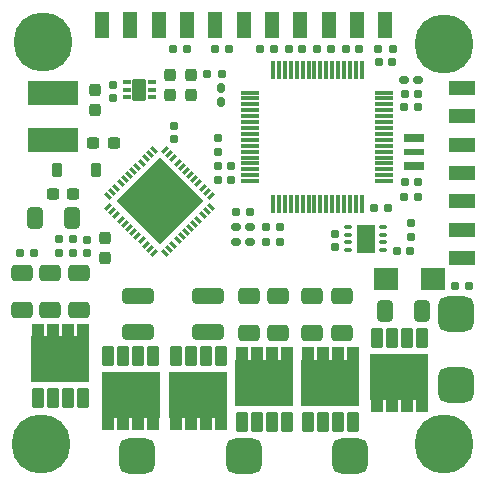
<source format=gbr>
%TF.GenerationSoftware,KiCad,Pcbnew,7.0.6*%
%TF.CreationDate,2023-10-03T21:22:34+08:00*%
%TF.ProjectId,CawDrive,43617744-7269-4766-952e-6b696361645f,rev?*%
%TF.SameCoordinates,Original*%
%TF.FileFunction,Soldermask,Top*%
%TF.FilePolarity,Negative*%
%FSLAX46Y46*%
G04 Gerber Fmt 4.6, Leading zero omitted, Abs format (unit mm)*
G04 Created by KiCad (PCBNEW 7.0.6) date 2023-10-03 21:22:34*
%MOMM*%
%LPD*%
G01*
G04 APERTURE LIST*
G04 Aperture macros list*
%AMRoundRect*
0 Rectangle with rounded corners*
0 $1 Rounding radius*
0 $2 $3 $4 $5 $6 $7 $8 $9 X,Y pos of 4 corners*
0 Add a 4 corners polygon primitive as box body*
4,1,4,$2,$3,$4,$5,$6,$7,$8,$9,$2,$3,0*
0 Add four circle primitives for the rounded corners*
1,1,$1+$1,$2,$3*
1,1,$1+$1,$4,$5*
1,1,$1+$1,$6,$7*
1,1,$1+$1,$8,$9*
0 Add four rect primitives between the rounded corners*
20,1,$1+$1,$2,$3,$4,$5,0*
20,1,$1+$1,$4,$5,$6,$7,0*
20,1,$1+$1,$6,$7,$8,$9,0*
20,1,$1+$1,$8,$9,$2,$3,0*%
%AMRotRect*
0 Rectangle, with rotation*
0 The origin of the aperture is its center*
0 $1 length*
0 $2 width*
0 $3 Rotation angle, in degrees counterclockwise*
0 Add horizontal line*
21,1,$1,$2,0,0,$3*%
G04 Aperture macros list end*
%ADD10RoundRect,0.160000X0.197500X0.160000X-0.197500X0.160000X-0.197500X-0.160000X0.197500X-0.160000X0*%
%ADD11RoundRect,0.160000X-0.160000X0.222500X-0.160000X-0.222500X0.160000X-0.222500X0.160000X0.222500X0*%
%ADD12RoundRect,0.155000X-0.212500X-0.155000X0.212500X-0.155000X0.212500X0.155000X-0.212500X0.155000X0*%
%ADD13RoundRect,0.160000X-0.197500X-0.160000X0.197500X-0.160000X0.197500X0.160000X-0.197500X0.160000X0*%
%ADD14RoundRect,0.155000X-0.155000X0.212500X-0.155000X-0.212500X0.155000X-0.212500X0.155000X0.212500X0*%
%ADD15RoundRect,0.160000X0.160000X-0.197500X0.160000X0.197500X-0.160000X0.197500X-0.160000X-0.197500X0*%
%ADD16RoundRect,0.237500X-0.237500X0.300000X-0.237500X-0.300000X0.237500X-0.300000X0.237500X0.300000X0*%
%ADD17RoundRect,0.102000X0.425000X-0.725000X0.425000X0.725000X-0.425000X0.725000X-0.425000X-0.725000X0*%
%ADD18RoundRect,0.102000X0.425000X-0.525000X0.425000X0.525000X-0.425000X0.525000X-0.425000X-0.525000X0*%
%ADD19RoundRect,0.102000X2.350000X-1.875000X2.350000X1.875000X-2.350000X1.875000X-2.350000X-1.875000X0*%
%ADD20RoundRect,0.250000X1.075000X-0.400000X1.075000X0.400000X-1.075000X0.400000X-1.075000X-0.400000X0*%
%ADD21RoundRect,0.750000X-0.750000X-0.750000X0.750000X-0.750000X0.750000X0.750000X-0.750000X0.750000X0*%
%ADD22R,0.660000X0.320000*%
%ADD23RoundRect,0.102000X-0.500000X0.800000X-0.500000X-0.800000X0.500000X-0.800000X0.500000X0.800000X0*%
%ADD24RotRect,0.665000X0.280000X45.000000*%
%ADD25RotRect,0.280000X0.665000X45.000000*%
%ADD26RotRect,5.150000X5.150000X45.000000*%
%ADD27RoundRect,0.160000X0.222500X0.160000X-0.222500X0.160000X-0.222500X-0.160000X0.222500X-0.160000X0*%
%ADD28O,0.840000X0.350000*%
%ADD29R,1.650000X2.400000*%
%ADD30R,1.200000X2.200000*%
%ADD31RoundRect,0.250000X0.650000X-0.412500X0.650000X0.412500X-0.650000X0.412500X-0.650000X-0.412500X0*%
%ADD32RoundRect,0.155000X0.155000X-0.212500X0.155000X0.212500X-0.155000X0.212500X-0.155000X-0.212500X0*%
%ADD33RoundRect,0.102000X-0.425000X0.725000X-0.425000X-0.725000X0.425000X-0.725000X0.425000X0.725000X0*%
%ADD34RoundRect,0.102000X-0.425000X0.525000X-0.425000X-0.525000X0.425000X-0.525000X0.425000X0.525000X0*%
%ADD35RoundRect,0.102000X-2.350000X1.875000X-2.350000X-1.875000X2.350000X-1.875000X2.350000X1.875000X0*%
%ADD36C,0.800000*%
%ADD37C,5.000000*%
%ADD38RoundRect,0.225000X0.225000X0.375000X-0.225000X0.375000X-0.225000X-0.375000X0.225000X-0.375000X0*%
%ADD39RoundRect,0.155000X0.212500X0.155000X-0.212500X0.155000X-0.212500X-0.155000X0.212500X-0.155000X0*%
%ADD40RoundRect,0.250000X0.412500X0.650000X-0.412500X0.650000X-0.412500X-0.650000X0.412500X-0.650000X0*%
%ADD41RoundRect,0.050800X1.000000X0.900000X-1.000000X0.900000X-1.000000X-0.900000X1.000000X-0.900000X0*%
%ADD42R,1.700000X0.650000*%
%ADD43R,1.700000X0.500000*%
%ADD44RoundRect,0.237500X0.300000X0.237500X-0.300000X0.237500X-0.300000X-0.237500X0.300000X-0.237500X0*%
%ADD45RoundRect,0.237500X0.237500X-0.300000X0.237500X0.300000X-0.237500X0.300000X-0.237500X-0.300000X0*%
%ADD46RoundRect,0.075000X0.700000X0.075000X-0.700000X0.075000X-0.700000X-0.075000X0.700000X-0.075000X0*%
%ADD47RoundRect,0.075000X0.075000X0.700000X-0.075000X0.700000X-0.075000X-0.700000X0.075000X-0.700000X0*%
%ADD48RoundRect,0.160000X-0.160000X0.197500X-0.160000X-0.197500X0.160000X-0.197500X0.160000X0.197500X0*%
%ADD49R,2.200000X1.200000*%
%ADD50R,4.220000X2.124000*%
G04 APERTURE END LIST*
D10*
%TO.C,R7*%
X138138500Y-75692000D03*
X136943500Y-75692000D03*
%TD*%
D11*
%TO.C,D4*%
X138049000Y-76897500D03*
X138049000Y-78042500D03*
%TD*%
D12*
%TO.C,C10*%
X157928500Y-93599000D03*
X159063500Y-93599000D03*
%TD*%
D13*
%TO.C,R4*%
X121068500Y-90805000D03*
X122263500Y-90805000D03*
%TD*%
D14*
%TO.C,C12*%
X147701000Y-89221500D03*
X147701000Y-90356500D03*
%TD*%
D15*
%TO.C,R17*%
X137795000Y-84671500D03*
X137795000Y-83476500D03*
%TD*%
D10*
%TO.C,R1*%
X154775500Y-86106000D03*
X153580500Y-86106000D03*
%TD*%
D16*
%TO.C,C16*%
X127381000Y-76998500D03*
X127381000Y-78723500D03*
%TD*%
D10*
%TO.C,R5*%
X135217500Y-73533000D03*
X134022500Y-73533000D03*
%TD*%
D17*
%TO.C,Q7*%
X122555000Y-103124000D03*
X123825000Y-103124000D03*
X125095000Y-103124000D03*
X126365000Y-103124000D03*
D18*
X126365000Y-97424000D03*
X125095000Y-97424000D03*
X123825000Y-97424000D03*
X122555000Y-97424000D03*
D19*
X124460000Y-99824000D03*
%TD*%
D13*
%TO.C,R9*%
X141896500Y-88646000D03*
X143091500Y-88646000D03*
%TD*%
D20*
%TO.C,R18*%
X131064000Y-97562000D03*
X131064000Y-94462000D03*
%TD*%
D21*
%TO.C,H8*%
X158000000Y-96000000D03*
%TD*%
D22*
%TO.C,U2*%
X132207000Y-77657500D03*
X132207000Y-77007500D03*
X132207000Y-76357500D03*
X130157000Y-76357500D03*
X130157000Y-77007500D03*
X130157000Y-77657500D03*
D23*
X131182000Y-77007500D03*
%TD*%
D24*
%TO.C,U5*%
X128534344Y-86939340D03*
X128887897Y-87292894D03*
X129241450Y-87646447D03*
X129595004Y-88000000D03*
X129948557Y-88353554D03*
X130302111Y-88707107D03*
X130655664Y-89060660D03*
X131009217Y-89414214D03*
X131362771Y-89767767D03*
X131716324Y-90121321D03*
X132069877Y-90474874D03*
X132423431Y-90828427D03*
D25*
X133352569Y-90828427D03*
X133706123Y-90474874D03*
X134059676Y-90121321D03*
X134413229Y-89767767D03*
X134766783Y-89414214D03*
X135120336Y-89060660D03*
X135473889Y-88707107D03*
X135827443Y-88353554D03*
X136180996Y-88000000D03*
X136534550Y-87646447D03*
X136888103Y-87292894D03*
X137241656Y-86939340D03*
D24*
X137241656Y-86010202D03*
X136888103Y-85656648D03*
X136534550Y-85303095D03*
X136180996Y-84949542D03*
X135827443Y-84595988D03*
X135473889Y-84242435D03*
X135120336Y-83888882D03*
X134766783Y-83535328D03*
X134413229Y-83181775D03*
X134059676Y-82828221D03*
X133706123Y-82474668D03*
X133352569Y-82121115D03*
D25*
X132423431Y-82121115D03*
X132069877Y-82474668D03*
X131716324Y-82828221D03*
X131362771Y-83181775D03*
X131009217Y-83535328D03*
X130655664Y-83888882D03*
X130302111Y-84242435D03*
X129948557Y-84595988D03*
X129595004Y-84949542D03*
X129241450Y-85303095D03*
X128887897Y-85656648D03*
X128534344Y-86010202D03*
D26*
X132888000Y-86474771D03*
%TD*%
D12*
%TO.C,C2*%
X153630500Y-84836000D03*
X154765500Y-84836000D03*
%TD*%
D27*
%TO.C,L1*%
X154750500Y-76200000D03*
X153605500Y-76200000D03*
%TD*%
D28*
%TO.C,U3*%
X148844000Y-88646000D03*
X148844000Y-89296000D03*
X148844000Y-89946000D03*
X148844000Y-90596000D03*
X151834000Y-90596000D03*
X151834000Y-89946000D03*
X151834000Y-89296000D03*
X151834000Y-88646000D03*
D29*
X150339000Y-89621000D03*
%TD*%
D30*
%TO.C,J1*%
X128000000Y-71500000D03*
X130400000Y-71500000D03*
X132800000Y-71500000D03*
X135200000Y-71500000D03*
X137600000Y-71500000D03*
X140000000Y-71500000D03*
X142400000Y-71500000D03*
X144800000Y-71500000D03*
X147200000Y-71500000D03*
X149600000Y-71500000D03*
X152000000Y-71500000D03*
%TD*%
D31*
%TO.C,C22*%
X121259600Y-95669500D03*
X121259600Y-92544500D03*
%TD*%
D32*
%TO.C,C7*%
X128905000Y-77745000D03*
X128905000Y-76610000D03*
%TD*%
D33*
%TO.C,Q12*%
X155067000Y-98000000D03*
X153797000Y-98000000D03*
X152527000Y-98000000D03*
X151257000Y-98000000D03*
D34*
X151257000Y-103700000D03*
X152527000Y-103700000D03*
X153797000Y-103700000D03*
X155067000Y-103700000D03*
D35*
X153162000Y-101300000D03*
%TD*%
D13*
%TO.C,R2*%
X153580500Y-78486000D03*
X154775500Y-78486000D03*
%TD*%
D17*
%TO.C,Q9*%
X139845000Y-105112000D03*
X141115000Y-105112000D03*
X142385000Y-105112000D03*
X143655000Y-105112000D03*
D18*
X143655000Y-99412000D03*
X142385000Y-99412000D03*
X141115000Y-99412000D03*
X139845000Y-99412000D03*
D19*
X141750000Y-101812000D03*
%TD*%
D31*
%TO.C,C23*%
X140462000Y-97592500D03*
X140462000Y-94467500D03*
%TD*%
D36*
%TO.C,H2*%
X155125000Y-73125000D03*
X155674175Y-71799175D03*
X155674175Y-74450825D03*
X157000000Y-71250000D03*
D37*
X157000000Y-73125000D03*
D36*
X157000000Y-75000000D03*
X158325825Y-71799175D03*
X158325825Y-74450825D03*
X158875000Y-73125000D03*
%TD*%
D10*
%TO.C,R3*%
X147409500Y-73533000D03*
X146214500Y-73533000D03*
%TD*%
D21*
%TO.C,H6*%
X140000000Y-108000000D03*
%TD*%
D31*
%TO.C,C20*%
X126034800Y-95669500D03*
X126034800Y-92544500D03*
%TD*%
D38*
%TO.C,D3*%
X127507000Y-83820000D03*
X124207000Y-83820000D03*
%TD*%
D31*
%TO.C,C25*%
X145796000Y-97592500D03*
X145796000Y-94467500D03*
%TD*%
D12*
%TO.C,C1*%
X143831500Y-73523000D03*
X144966500Y-73523000D03*
%TD*%
D15*
%TO.C,R8*%
X154178000Y-89497500D03*
X154178000Y-88302500D03*
%TD*%
D12*
%TO.C,C8*%
X153630500Y-77343000D03*
X154765500Y-77343000D03*
%TD*%
D39*
%TO.C,C9*%
X154110500Y-90678000D03*
X152975500Y-90678000D03*
%TD*%
D36*
%TO.C,H4*%
X121000000Y-107000000D03*
X121549175Y-105674175D03*
X121549175Y-108325825D03*
X122875000Y-105125000D03*
D37*
X122875000Y-107000000D03*
D36*
X122875000Y-108875000D03*
X124200825Y-105674175D03*
X124200825Y-108325825D03*
X124750000Y-107000000D03*
%TD*%
D40*
%TO.C,C30*%
X125446500Y-87884000D03*
X122321500Y-87884000D03*
%TD*%
D41*
%TO.C,TV1*%
X156070000Y-93010000D03*
X152070000Y-93010000D03*
%TD*%
D42*
%TO.C,X1*%
X154453000Y-83496000D03*
D43*
X154453000Y-82296000D03*
D42*
X154453000Y-81096000D03*
%TD*%
D10*
%TO.C,R10*%
X152616500Y-73533000D03*
X151421500Y-73533000D03*
%TD*%
D44*
%TO.C,C33*%
X125576500Y-85852000D03*
X123851500Y-85852000D03*
%TD*%
D14*
%TO.C,C31*%
X134140000Y-80082500D03*
X134140000Y-81217500D03*
%TD*%
D45*
%TO.C,C35*%
X135509000Y-77470000D03*
X135509000Y-75745000D03*
%TD*%
D12*
%TO.C,C14*%
X151451500Y-74676000D03*
X152586500Y-74676000D03*
%TD*%
D44*
%TO.C,C15*%
X129005500Y-81534000D03*
X127280500Y-81534000D03*
%TD*%
D31*
%TO.C,C26*%
X148336000Y-97592500D03*
X148336000Y-94467500D03*
%TD*%
D46*
%TO.C,U1*%
X151925000Y-84750000D03*
X151925000Y-84250000D03*
X151925000Y-83750000D03*
X151925000Y-83250000D03*
X151925000Y-82750000D03*
X151925000Y-82250000D03*
X151925000Y-81750000D03*
X151925000Y-81250000D03*
X151925000Y-80750000D03*
X151925000Y-80250000D03*
X151925000Y-79750000D03*
X151925000Y-79250000D03*
X151925000Y-78750000D03*
X151925000Y-78250000D03*
X151925000Y-77750000D03*
X151925000Y-77250000D03*
D47*
X150000000Y-75325000D03*
X149500000Y-75325000D03*
X149000000Y-75325000D03*
X148500000Y-75325000D03*
X148000000Y-75325000D03*
X147500000Y-75325000D03*
X147000000Y-75325000D03*
X146500000Y-75325000D03*
X146000000Y-75325000D03*
X145500000Y-75325000D03*
X145000000Y-75325000D03*
X144500000Y-75325000D03*
X144000000Y-75325000D03*
X143500000Y-75325000D03*
X143000000Y-75325000D03*
X142500000Y-75325000D03*
D46*
X140575000Y-77250000D03*
X140575000Y-77750000D03*
X140575000Y-78250000D03*
X140575000Y-78750000D03*
X140575000Y-79250000D03*
X140575000Y-79750000D03*
X140575000Y-80250000D03*
X140575000Y-80750000D03*
X140575000Y-81250000D03*
X140575000Y-81750000D03*
X140575000Y-82250000D03*
X140575000Y-82750000D03*
X140575000Y-83250000D03*
X140575000Y-83750000D03*
X140575000Y-84250000D03*
X140575000Y-84750000D03*
D47*
X142500000Y-86675000D03*
X143000000Y-86675000D03*
X143500000Y-86675000D03*
X144000000Y-86675000D03*
X144500000Y-86675000D03*
X145000000Y-86675000D03*
X145500000Y-86675000D03*
X146000000Y-86675000D03*
X146500000Y-86675000D03*
X147000000Y-86675000D03*
X147500000Y-86675000D03*
X148000000Y-86675000D03*
X148500000Y-86675000D03*
X149000000Y-86675000D03*
X149500000Y-86675000D03*
X150000000Y-86675000D03*
%TD*%
D48*
%TO.C,R16*%
X137795000Y-81063500D03*
X137795000Y-82258500D03*
%TD*%
D33*
%TO.C,Q8*%
X132334000Y-99568000D03*
X131064000Y-99568000D03*
X129794000Y-99568000D03*
X128524000Y-99568000D03*
D34*
X128524000Y-105268000D03*
X129794000Y-105268000D03*
X131064000Y-105268000D03*
X132334000Y-105268000D03*
D35*
X130429000Y-102868000D03*
%TD*%
D12*
%TO.C,C6*%
X151070500Y-86995000D03*
X152205500Y-86995000D03*
%TD*%
D21*
%TO.C,H7*%
X149000000Y-108000000D03*
%TD*%
D20*
%TO.C,R19*%
X137000000Y-97550000D03*
X137000000Y-94450000D03*
%TD*%
D45*
%TO.C,C34*%
X133731000Y-77470000D03*
X133731000Y-75745000D03*
%TD*%
D21*
%TO.C,H9*%
X158000000Y-102000000D03*
%TD*%
D33*
%TO.C,Q10*%
X138049000Y-99568000D03*
X136779000Y-99568000D03*
X135509000Y-99568000D03*
X134239000Y-99568000D03*
D34*
X134239000Y-105268000D03*
X135509000Y-105268000D03*
X136779000Y-105268000D03*
X138049000Y-105268000D03*
D35*
X136144000Y-102868000D03*
%TD*%
D40*
%TO.C,C29*%
X155105500Y-95758000D03*
X151980500Y-95758000D03*
%TD*%
D27*
%TO.C,D1*%
X140526500Y-88646000D03*
X139381500Y-88646000D03*
%TD*%
%TO.C,D2*%
X140526500Y-89916000D03*
X139381500Y-89916000D03*
%TD*%
D10*
%TO.C,R14*%
X125565500Y-90805000D03*
X124370500Y-90805000D03*
%TD*%
D31*
%TO.C,C24*%
X142875000Y-97592500D03*
X142875000Y-94467500D03*
%TD*%
D36*
%TO.C,H1*%
X121125000Y-73000000D03*
X121674175Y-71674175D03*
X121674175Y-74325825D03*
X123000000Y-71125000D03*
D37*
X123000000Y-73000000D03*
D36*
X123000000Y-74875000D03*
X124325825Y-71674175D03*
X124325825Y-74325825D03*
X124875000Y-73000000D03*
%TD*%
D49*
%TO.C,J4*%
X158496000Y-76874000D03*
X158496000Y-79274000D03*
X158496000Y-81674000D03*
X158496000Y-84074000D03*
X158496000Y-86474000D03*
X158496000Y-88874000D03*
X158496000Y-91274000D03*
%TD*%
D36*
%TO.C,H3*%
X155125000Y-107000000D03*
X155674175Y-105674175D03*
X155674175Y-108325825D03*
X157000000Y-105125000D03*
D37*
X157000000Y-107000000D03*
D36*
X157000000Y-108875000D03*
X158325825Y-105674175D03*
X158325825Y-108325825D03*
X158875000Y-107000000D03*
%TD*%
D13*
%TO.C,R13*%
X124370500Y-89662000D03*
X125565500Y-89662000D03*
%TD*%
D12*
%TO.C,C32*%
X139386500Y-87376000D03*
X140521500Y-87376000D03*
%TD*%
%TO.C,C3*%
X148657500Y-73523000D03*
X149792500Y-73523000D03*
%TD*%
D31*
%TO.C,C21*%
X123647200Y-95669500D03*
X123647200Y-92544500D03*
%TD*%
D21*
%TO.C,H5*%
X131000000Y-108000000D03*
%TD*%
D45*
%TO.C,C28*%
X128250000Y-91286500D03*
X128250000Y-89561500D03*
%TD*%
D13*
%TO.C,R11*%
X141896500Y-89916000D03*
X143091500Y-89916000D03*
%TD*%
D50*
%TO.C,L2*%
X123825000Y-81248000D03*
X123825000Y-77248000D03*
%TD*%
D13*
%TO.C,R6*%
X137578500Y-73533000D03*
X138773500Y-73533000D03*
%TD*%
D12*
%TO.C,C4*%
X141418500Y-73523000D03*
X142553500Y-73523000D03*
%TD*%
D17*
%TO.C,Q11*%
X145415000Y-105112000D03*
X146685000Y-105112000D03*
X147955000Y-105112000D03*
X149225000Y-105112000D03*
D18*
X149225000Y-99412000D03*
X147955000Y-99412000D03*
X146685000Y-99412000D03*
X145415000Y-99412000D03*
D19*
X147320000Y-101812000D03*
%TD*%
D32*
%TO.C,C5*%
X138938000Y-84641500D03*
X138938000Y-83506500D03*
%TD*%
D14*
%TO.C,C27*%
X126750000Y-89729500D03*
X126750000Y-90864500D03*
%TD*%
M02*

</source>
